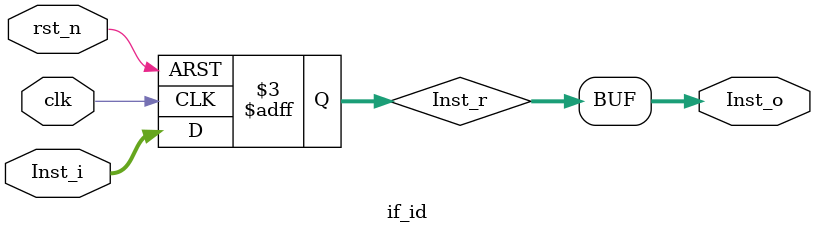
<source format=v>
`include "../define.v"

module if_id (
input clk,
input rst_n,
input [31:0] Inst_i,
output [31:0] Inst_o
);

reg [31:0] Inst_r;

always @(posedge clk or negedge rst_n) begin
    if(~rst_n)begin
        Inst_r <= 0;
    end
    else begin
        Inst_r <= Inst_i;
    end
end

assign Inst_o = Inst_r;

endmodule
</source>
